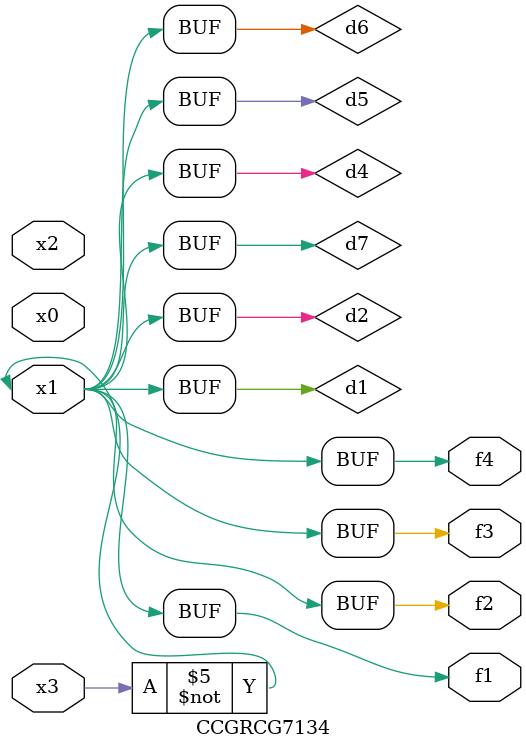
<source format=v>
module CCGRCG7134(
	input x0, x1, x2, x3,
	output f1, f2, f3, f4
);

	wire d1, d2, d3, d4, d5, d6, d7;

	not (d1, x3);
	buf (d2, x1);
	xnor (d3, d1, d2);
	nor (d4, d1);
	buf (d5, d1, d2);
	buf (d6, d4, d5);
	nand (d7, d4);
	assign f1 = d6;
	assign f2 = d7;
	assign f3 = d6;
	assign f4 = d6;
endmodule

</source>
